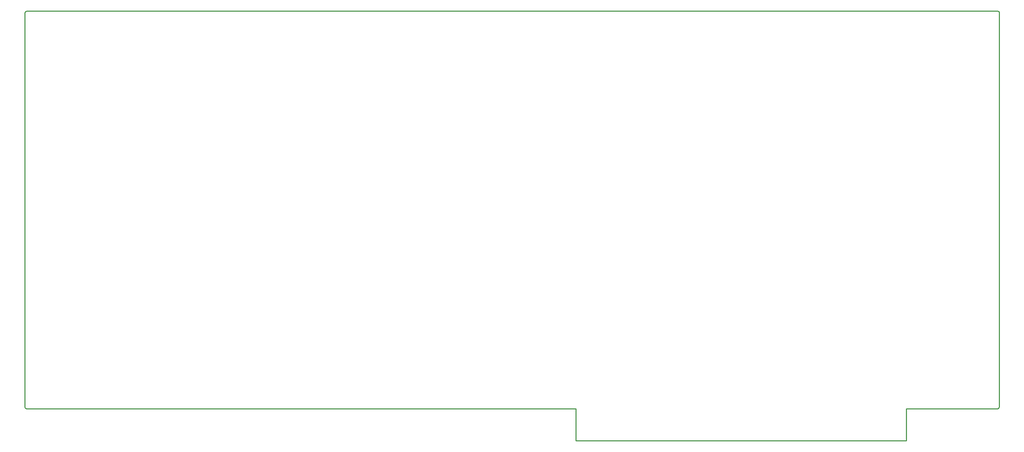
<source format=gko>
G04*
G04 #@! TF.GenerationSoftware,Altium Limited,Altium Designer,22.11.1 (43)*
G04*
G04 Layer_Color=16711935*
%FSLAX25Y25*%
%MOIN*%
G70*
G04*
G04 #@! TF.SameCoordinates,299E75B2-B623-434A-8C2F-8C8F7067A500*
G04*
G04*
G04 #@! TF.FilePolarity,Positive*
G04*
G01*
G75*
%ADD11C,0.01000*%
D11*
X1916Y385807D02*
X1026Y385668D01*
X324Y385101D01*
X0Y384260D01*
X0Y1700D02*
X353Y558D01*
X1410Y-0D01*
X943576Y383910D02*
X943408Y384809D01*
X942814Y385503D01*
X941952Y385807D01*
X941729Y0D02*
X942653Y247D01*
X943328Y924D01*
X943576Y1847D01*
X853579Y-31100D02*
Y-10D01*
X0Y1700D02*
Y384260D01*
X1410Y0D02*
X533589D01*
X1916Y385807D02*
X941952D01*
X943576Y1847D02*
Y383910D01*
X853589Y0D02*
X941729D01*
X853579Y-10D02*
X853589Y0D01*
X533589Y-31100D02*
X853579D01*
X533589D02*
Y0D01*
M02*

</source>
